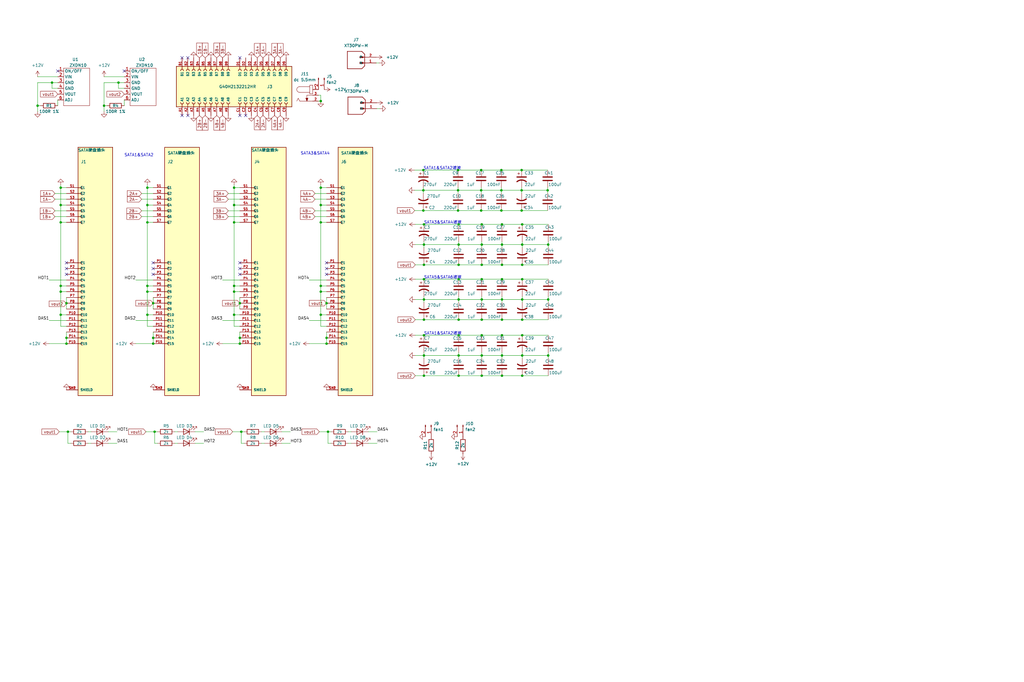
<source format=kicad_sch>
(kicad_sch (version 20230121) (generator eeschema)
  (paper "User" 450.012 299.999)
  (title_block (title "2.5寸6盘位NAS背板") (date "2023-11-04") (rev "V0.4") (company "misaka-10039"))
  (junction (at 102.87 138.43))
  (junction (at 144.145 189.865))
  (junction (at 26.67 90.17))
  (junction (at 67.31 151.13))
  (junction (at 229.489 107.569))
  (junction (at 240.665 83.693))
  (junction (at 220.345 92.583))
  (junction (at 29.21 133.35))
  (junction (at 102.87 125.73))
  (junction (at 201.295 83.693))
  (junction (at 105.41 133.35))
  (junction (at 201.295 92.583))
  (junction (at 220.599 156.337))
  (junction (at 186.055 83.693))
  (junction (at 67.945 189.865))
  (junction (at 201.549 140.589))
  (junction (at 186.309 122.809))
  (junction (at 229.489 122.809))
  (junction (at 186.309 156.337))
  (junction (at 211.709 165.227))
  (junction (at 201.549 156.337))
  (junction (at 220.599 122.809))
  (junction (at 229.489 131.699))
  (junction (at 102.87 82.55))
  (junction (at 201.549 131.699))
  (junction (at 140.97 138.43))
  (junction (at 140.97 82.55))
  (junction (at 102.87 128.27))
  (junction (at 64.77 90.17))
  (junction (at 201.549 122.809))
  (junction (at 26.67 125.73))
  (junction (at 220.599 131.699))
  (junction (at 229.235 92.583))
  (junction (at 220.599 147.447))
  (junction (at 201.549 98.679))
  (junction (at 186.309 98.679))
  (junction (at 140.97 90.17))
  (junction (at 140.97 125.73))
  (junction (at 211.709 131.699))
  (junction (at 229.489 116.459))
  (junction (at 211.709 107.569))
  (junction (at 220.345 83.693))
  (junction (at 240.919 131.699))
  (junction (at 52.07 36.322))
  (junction (at 229.235 74.803))
  (junction (at 64.77 97.79))
  (junction (at 220.599 140.589))
  (junction (at 64.77 82.55))
  (junction (at 211.709 156.337))
  (junction (at 211.709 116.459))
  (junction (at 26.67 138.43))
  (junction (at 211.709 140.589))
  (junction (at 186.055 74.803))
  (junction (at 45.72 46.482))
  (junction (at 29.21 151.13))
  (junction (at 186.055 92.583))
  (junction (at 186.309 147.447))
  (junction (at 229.489 140.589))
  (junction (at 67.31 148.59))
  (junction (at 16.51 46.482))
  (junction (at 143.51 151.13))
  (junction (at 201.295 74.803))
  (junction (at 211.709 122.809))
  (junction (at 26.67 128.27))
  (junction (at 211.455 74.803))
  (junction (at 201.549 147.447))
  (junction (at 211.709 98.679))
  (junction (at 140.97 44.45))
  (junction (at 201.549 107.569))
  (junction (at 186.309 107.569))
  (junction (at 102.87 97.79))
  (junction (at 105.41 148.59))
  (junction (at 229.489 165.227))
  (junction (at 229.489 98.679))
  (junction (at 220.599 116.459))
  (junction (at 240.919 156.337))
  (junction (at 143.51 133.35))
  (junction (at 240.919 107.569))
  (junction (at 26.67 97.79))
  (junction (at 220.345 74.803))
  (junction (at 140.97 97.79))
  (junction (at 64.77 138.43))
  (junction (at 229.489 156.337))
  (junction (at 105.41 151.13))
  (junction (at 186.309 165.227))
  (junction (at 220.599 107.569))
  (junction (at 229.235 83.693))
  (junction (at 64.77 125.73))
  (junction (at 229.489 147.447))
  (junction (at 201.549 165.227))
  (junction (at 186.309 116.459))
  (junction (at 106.045 189.865))
  (junction (at 64.77 128.27))
  (junction (at 186.309 140.589))
  (junction (at 102.87 90.17))
  (junction (at 211.709 147.447))
  (junction (at 140.97 128.27))
  (junction (at 220.599 165.227))
  (junction (at 201.549 116.459))
  (junction (at 22.86 36.322))
  (junction (at 211.455 92.583))
  (junction (at 220.599 98.679))
  (junction (at 143.51 148.59))
  (junction (at 29.21 148.59))
  (junction (at 29.845 189.865))
  (junction (at 211.455 83.693))
  (junction (at 186.309 131.699))
  (junction (at 67.31 133.35))
  (junction (at 26.67 82.55))
  (no_connect (at 105.41 25.4))
  (no_connect (at 67.31 115.57))
  (no_connect (at 105.41 115.57))
  (no_connect (at 29.21 120.65))
  (no_connect (at 105.41 120.65))
  (no_connect (at 67.31 120.65))
  (no_connect (at 29.21 118.11))
  (no_connect (at 80.01 50.8))
  (no_connect (at 107.95 50.8))
  (no_connect (at 82.55 25.4))
  (no_connect (at 105.41 118.11))
  (no_connect (at 54.61 31.242))
  (no_connect (at 29.21 115.57))
  (no_connect (at 67.31 118.11))
  (no_connect (at 143.51 115.57))
  (no_connect (at 105.41 50.8))
  (no_connect (at 82.55 50.8))
  (no_connect (at 25.4 31.242))
  (no_connect (at 143.51 120.65))
  (no_connect (at 143.51 118.11))
  (no_connect (at 80.01 25.4))
  (wire (pts (xy 67.31 148.59) (xy 67.31 151.13)))
  (wire (pts (xy 102.235 189.865) (xy 106.045 189.865)))
  (wire (pts (xy 186.309 107.569) (xy 201.549 107.569)))
  (wire (pts (xy 102.87 125.73) (xy 105.41 125.73)))
  (wire (pts (xy 67.945 194.945) (xy 69.215 194.945)))
  (wire (pts (xy 140.97 82.55) (xy 143.51 82.55)))
  (wire (pts (xy 165.354 27.686) (xy 166.624 27.686)))
  (wire (pts (xy 220.345 84.963) (xy 220.345 83.693)))
  (wire (pts (xy 105.41 151.13) (xy 97.79 151.13)))
  (wire (pts (xy 182.499 156.337) (xy 186.309 156.337)))
  (wire (pts (xy 211.709 107.569) (xy 220.599 107.569)))
  (wire (pts (xy 186.309 147.447) (xy 201.549 147.447)))
  (wire (pts (xy 211.455 84.963) (xy 211.455 83.693)))
  (wire (pts (xy 143.51 143.51) (xy 140.97 143.51)))
  (wire (pts (xy 182.499 107.569) (xy 186.309 107.569)))
  (wire (pts (xy 105.41 97.79) (xy 102.87 97.79)))
  (wire (pts (xy 67.31 146.05) (xy 67.31 148.59)))
  (wire (pts (xy 97.79 123.19) (xy 105.41 123.19)))
  (wire (pts (xy 229.489 116.459) (xy 240.919 116.459)))
  (wire (pts (xy 102.87 97.79) (xy 102.87 125.73)))
  (wire (pts (xy 143.51 146.05) (xy 143.51 148.59)))
  (wire (pts (xy 182.499 116.459) (xy 186.309 116.459)))
  (wire (pts (xy 201.549 157.607) (xy 201.549 156.337)))
  (wire (pts (xy 220.599 132.969) (xy 220.599 131.699)))
  (wire (pts (xy 16.51 33.782) (xy 25.4 33.782)))
  (wire (pts (xy 240.665 82.423) (xy 240.665 83.693)))
  (wire (pts (xy 67.31 143.51) (xy 64.77 143.51)))
  (wire (pts (xy 67.31 135.89) (xy 67.31 133.35)))
  (wire (pts (xy 186.309 131.699) (xy 201.549 131.699)))
  (wire (pts (xy 182.245 74.803) (xy 186.055 74.803)))
  (wire (pts (xy 201.549 132.969) (xy 201.549 131.699)))
  (wire (pts (xy 211.709 140.589) (xy 220.599 140.589)))
  (wire (pts (xy 29.21 151.13) (xy 29.21 148.59)))
  (wire (pts (xy 220.599 107.569) (xy 229.489 107.569)))
  (wire (pts (xy 229.489 122.809) (xy 240.919 122.809)))
  (wire (pts (xy 186.309 98.679) (xy 201.549 98.679)))
  (wire (pts (xy 29.21 90.17) (xy 26.67 90.17)))
  (wire (pts (xy 182.499 131.699) (xy 186.309 131.699)))
  (wire (pts (xy 211.709 132.969) (xy 211.709 131.699)))
  (wire (pts (xy 102.87 128.27) (xy 105.41 128.27)))
  (wire (pts (xy 201.549 98.679) (xy 211.709 98.679)))
  (wire (pts (xy 186.055 82.423) (xy 186.055 83.693)))
  (wire (pts (xy 220.599 107.569) (xy 220.599 106.299)))
  (wire (pts (xy 229.489 131.699) (xy 229.489 130.429)))
  (wire (pts (xy 186.309 156.337) (xy 186.309 157.607)))
  (wire (pts (xy 102.87 125.73) (xy 102.87 128.27)))
  (wire (pts (xy 135.89 123.19) (xy 143.51 123.19)))
  (wire (pts (xy 100.33 95.25) (xy 105.41 95.25)))
  (wire (pts (xy 182.499 98.679) (xy 186.309 98.679)))
  (wire (pts (xy 40.005 189.865) (xy 38.735 189.865)))
  (wire (pts (xy 16.51 36.322) (xy 16.51 46.482)))
  (wire (pts (xy 64.77 138.43) (xy 64.77 143.51)))
  (wire (pts (xy 211.709 108.839) (xy 211.709 107.569)))
  (wire (pts (xy 186.309 155.067) (xy 186.309 156.337)))
  (wire (pts (xy 144.145 189.865) (xy 144.145 194.945)))
  (wire (pts (xy 220.599 116.459) (xy 229.489 116.459)))
  (wire (pts (xy 240.919 130.429) (xy 240.919 131.699)))
  (wire (pts (xy 143.51 90.17) (xy 140.97 90.17)))
  (wire (pts (xy 154.305 194.945) (xy 153.035 194.945)))
  (wire (pts (xy 229.489 156.337) (xy 240.919 156.337)))
  (wire (pts (xy 29.21 146.05) (xy 29.21 148.59)))
  (wire (pts (xy 186.309 130.429) (xy 186.309 131.699)))
  (wire (pts (xy 143.51 148.59) (xy 143.51 151.13)))
  (wire (pts (xy 26.67 138.43) (xy 26.67 143.51)))
  (wire (pts (xy 106.045 189.865) (xy 106.045 194.945)))
  (wire (pts (xy 182.245 92.583) (xy 186.055 92.583)))
  (wire (pts (xy 26.67 90.17) (xy 26.67 97.79)))
  (wire (pts (xy 127.635 189.865) (xy 123.825 189.865)))
  (wire (pts (xy 140.97 128.27) (xy 143.51 128.27)))
  (wire (pts (xy 229.489 107.569) (xy 229.489 106.299)))
  (wire (pts (xy 220.345 74.803) (xy 229.235 74.803)))
  (wire (pts (xy 154.305 189.865) (xy 153.035 189.865)))
  (wire (pts (xy 26.67 125.73) (xy 29.21 125.73)))
  (wire (pts (xy 62.23 85.09) (xy 67.31 85.09)))
  (wire (pts (xy 105.41 146.05) (xy 105.41 148.59)))
  (wire (pts (xy 211.709 156.337) (xy 220.599 156.337)))
  (wire (pts (xy 140.97 81.28) (xy 140.97 82.55)))
  (wire (pts (xy 102.87 128.27) (xy 102.87 138.43)))
  (wire (pts (xy 140.97 138.43) (xy 143.51 138.43)))
  (wire (pts (xy 211.455 83.693) (xy 220.345 83.693)))
  (wire (pts (xy 45.72 33.782) (xy 54.61 33.782)))
  (wire (pts (xy 211.455 74.803) (xy 220.345 74.803)))
  (wire (pts (xy 220.599 157.607) (xy 220.599 156.337)))
  (wire (pts (xy 229.235 83.693) (xy 240.665 83.693)))
  (wire (pts (xy 186.309 106.299) (xy 186.309 107.569)))
  (wire (pts (xy 240.665 83.693) (xy 240.665 84.963)))
  (wire (pts (xy 220.345 83.693) (xy 229.235 83.693)))
  (wire (pts (xy 186.055 83.693) (xy 186.055 84.963)))
  (wire (pts (xy 186.309 156.337) (xy 201.549 156.337)))
  (wire (pts (xy 26.67 82.55) (xy 26.67 90.17)))
  (wire (pts (xy 186.309 131.699) (xy 186.309 132.969)))
  (wire (pts (xy 105.41 143.51) (xy 102.87 143.51)))
  (wire (pts (xy 140.97 90.17) (xy 140.97 97.79)))
  (wire (pts (xy 220.599 98.679) (xy 229.489 98.679)))
  (wire (pts (xy 186.309 140.589) (xy 201.549 140.589)))
  (wire (pts (xy 29.21 135.89) (xy 29.21 133.35)))
  (wire (pts (xy 201.295 92.583) (xy 211.455 92.583)))
  (wire (pts (xy 144.145 194.945) (xy 145.415 194.945)))
  (wire (pts (xy 140.97 125.73) (xy 143.51 125.73)))
  (wire (pts (xy 201.549 131.699) (xy 211.709 131.699)))
  (wire (pts (xy 140.97 138.43) (xy 140.97 143.51)))
  (wire (pts (xy 229.489 107.569) (xy 229.489 108.839)))
  (wire (pts (xy 220.599 140.589) (xy 229.489 140.589)))
  (wire (pts (xy 229.235 83.693) (xy 229.235 84.963)))
  (wire (pts (xy 52.07 38.862) (xy 54.61 38.862)))
  (wire (pts (xy 201.549 140.589) (xy 211.709 140.589)))
  (wire (pts (xy 135.89 140.97) (xy 143.51 140.97)))
  (wire (pts (xy 51.435 194.945) (xy 47.625 194.945)))
  (wire (pts (xy 201.549 165.227) (xy 211.709 165.227)))
  (wire (pts (xy 229.489 131.699) (xy 229.489 132.969)))
  (wire (pts (xy 29.845 189.865) (xy 29.845 194.945)))
  (wire (pts (xy 26.035 189.865) (xy 29.845 189.865)))
  (wire (pts (xy 24.13 95.25) (xy 29.21 95.25)))
  (wire (pts (xy 127.635 194.945) (xy 123.825 194.945)))
  (wire (pts (xy 186.055 92.583) (xy 201.295 92.583)))
  (wire (pts (xy 64.77 82.55) (xy 64.77 90.17)))
  (wire (pts (xy 229.489 107.569) (xy 240.919 107.569)))
  (wire (pts (xy 229.489 156.337) (xy 229.489 155.067)))
  (wire (pts (xy 29.21 97.79) (xy 26.67 97.79)))
  (wire (pts (xy 211.709 122.809) (xy 220.599 122.809)))
  (wire (pts (xy 69.215 189.865) (xy 67.945 189.865)))
  (wire (pts (xy 64.77 81.28) (xy 64.77 82.55)))
  (wire (pts (xy 107.315 189.865) (xy 106.045 189.865)))
  (wire (pts (xy 106.045 194.945) (xy 107.315 194.945)))
  (wire (pts (xy 140.97 97.79) (xy 140.97 125.73)))
  (wire (pts (xy 229.489 147.447) (xy 240.919 147.447)))
  (wire (pts (xy 26.67 82.55) (xy 29.21 82.55)))
  (wire (pts (xy 29.845 194.945) (xy 31.115 194.945)))
  (wire (pts (xy 220.345 92.583) (xy 229.235 92.583)))
  (wire (pts (xy 229.489 140.589) (xy 240.919 140.589)))
  (wire (pts (xy 229.489 98.679) (xy 240.919 98.679)))
  (wire (pts (xy 105.41 90.17) (xy 102.87 90.17)))
  (wire (pts (xy 24.13 85.09) (xy 29.21 85.09)))
  (wire (pts (xy 140.97 44.45) (xy 139.954 44.45)))
  (wire (pts (xy 201.549 107.569) (xy 201.549 106.299)))
  (wire (pts (xy 140.335 189.865) (xy 144.145 189.865)))
  (wire (pts (xy 140.97 125.73) (xy 140.97 128.27)))
  (wire (pts (xy 240.919 156.337) (xy 240.919 157.607)))
  (wire (pts (xy 186.055 74.803) (xy 201.295 74.803)))
  (wire (pts (xy 229.489 156.337) (xy 229.489 157.607)))
  (wire (pts (xy 220.599 147.447) (xy 229.489 147.447)))
  (wire (pts (xy 143.51 97.79) (xy 140.97 97.79)))
  (wire (pts (xy 220.599 108.839) (xy 220.599 107.569)))
  (wire (pts (xy 52.07 36.322) (xy 52.07 38.862)))
  (wire (pts (xy 165.735 194.945) (xy 161.925 194.945)))
  (wire (pts (xy 186.309 116.459) (xy 201.549 116.459)))
  (wire (pts (xy 182.499 140.589) (xy 186.309 140.589)))
  (wire (pts (xy 67.31 97.79) (xy 64.77 97.79)))
  (wire (pts (xy 211.709 131.699) (xy 211.709 130.429)))
  (wire (pts (xy 138.43 87.63) (xy 143.51 87.63)))
  (wire (pts (xy 211.455 83.693) (xy 211.455 82.423)))
  (wire (pts (xy 89.535 194.945) (xy 85.725 194.945)))
  (wire (pts (xy 29.21 143.51) (xy 26.67 143.51)))
  (wire (pts (xy 240.919 107.569) (xy 240.919 108.839)))
  (wire (pts (xy 26.67 125.73) (xy 26.67 128.27)))
  (wire (pts (xy 201.295 84.963) (xy 201.295 83.693)))
  (wire (pts (xy 59.69 140.97) (xy 67.31 140.97)))
  (wire (pts (xy 67.945 189.865) (xy 67.945 194.945)))
  (wire (pts (xy 138.43 85.09) (xy 143.51 85.09)))
  (wire (pts (xy 211.709 116.459) (xy 220.599 116.459)))
  (wire (pts (xy 220.345 83.693) (xy 220.345 82.423)))
  (wire (pts (xy 229.235 83.693) (xy 229.235 82.423)))
  (wire (pts (xy 100.33 92.71) (xy 105.41 92.71)))
  (wire (pts (xy 16.51 36.322) (xy 22.86 36.322)))
  (wire (pts (xy 186.309 122.809) (xy 201.549 122.809)))
  (wire (pts (xy 64.135 189.865) (xy 67.945 189.865)))
  (wire (pts (xy 240.919 131.699) (xy 240.919 132.969)))
  (wire (pts (xy 116.205 189.865) (xy 114.935 189.865)))
  (wire (pts (xy 201.549 147.447) (xy 211.709 147.447)))
  (wire (pts (xy 97.79 140.97) (xy 105.41 140.97)))
  (wire (pts (xy 201.549 131.699) (xy 201.549 130.429)))
  (wire (pts (xy 211.709 147.447) (xy 220.599 147.447)))
  (wire (pts (xy 182.245 83.693) (xy 186.055 83.693)))
  (wire (pts (xy 22.86 38.862) (xy 25.4 38.862)))
  (wire (pts (xy 21.59 140.97) (xy 29.21 140.97)))
  (wire (pts (xy 100.33 85.09) (xy 105.41 85.09)))
  (wire (pts (xy 64.77 138.43) (xy 67.31 138.43)))
  (wire (pts (xy 22.86 36.322) (xy 25.4 36.322)))
  (wire (pts (xy 62.23 87.63) (xy 67.31 87.63)))
  (wire (pts (xy 201.549 156.337) (xy 211.709 156.337)))
  (wire (pts (xy 140.97 82.55) (xy 140.97 90.17)))
  (wire (pts (xy 102.87 82.55) (xy 105.41 82.55)))
  (wire (pts (xy 211.709 131.699) (xy 220.599 131.699)))
  (wire (pts (xy 201.295 83.693) (xy 201.295 82.423)))
  (wire (pts (xy 201.549 107.569) (xy 211.709 107.569)))
  (wire (pts (xy 139.954 41.91) (xy 140.97 41.91)))
  (wire (pts (xy 182.499 147.447) (xy 186.309 147.447)))
  (wire (pts (xy 145.415 189.865) (xy 144.145 189.865)))
  (wire (pts (xy 201.295 83.693) (xy 211.455 83.693)))
  (wire (pts (xy 220.599 122.809) (xy 229.489 122.809)))
  (wire (pts (xy 211.709 165.227) (xy 220.599 165.227)))
  (wire (pts (xy 201.549 116.459) (xy 211.709 116.459)))
  (wire (pts (xy 78.105 194.945) (xy 76.835 194.945)))
  (wire (pts (xy 54.61 46.482) (xy 54.61 43.942)))
  (wire (pts (xy 45.72 49.022) (xy 45.72 46.482)))
  (wire (pts (xy 17.78 46.482) (xy 16.51 46.482)))
  (wire (pts (xy 102.87 82.55) (xy 102.87 90.17)))
  (wire (pts (xy 165.735 189.865) (xy 161.925 189.865)))
  (wire (pts (xy 220.599 165.227) (xy 229.489 165.227)))
  (wire (pts (xy 78.105 189.865) (xy 76.835 189.865)))
  (wire (pts (xy 24.13 92.71) (xy 29.21 92.71)))
  (wire (pts (xy 67.31 90.17) (xy 64.77 90.17)))
  (wire (pts (xy 240.919 106.299) (xy 240.919 107.569)))
  (wire (pts (xy 26.67 128.27) (xy 29.21 128.27)))
  (wire (pts (xy 26.67 97.79) (xy 26.67 125.73)))
  (wire (pts (xy 116.205 194.945) (xy 114.935 194.945)))
  (wire (pts (xy 186.309 165.227) (xy 201.549 165.227)))
  (wire (pts (xy 64.77 97.79) (xy 64.77 125.73)))
  (wire (pts (xy 62.23 95.25) (xy 67.31 95.25)))
  (wire (pts (xy 220.599 156.337) (xy 229.489 156.337)))
  (wire (pts (xy 211.709 156.337) (xy 211.709 155.067)))
  (wire (pts (xy 140.97 128.27) (xy 140.97 138.43)))
  (wire (pts (xy 51.435 189.865) (xy 47.625 189.865)))
  (wire (pts (xy 240.919 155.067) (xy 240.919 156.337)))
  (wire (pts (xy 165.608 47.752) (xy 166.878 47.752)))
  (wire (pts (xy 105.41 130.81) (xy 105.41 133.35)))
  (wire (pts (xy 62.23 92.71) (xy 67.31 92.71)))
  (wire (pts (xy 67.31 130.81) (xy 67.31 133.35)))
  (wire (pts (xy 64.77 128.27) (xy 64.77 138.43)))
  (wire (pts (xy 201.549 108.839) (xy 201.549 107.569)))
  (wire (pts (xy 138.43 92.71) (xy 143.51 92.71)))
  (wire (pts (xy 138.43 95.25) (xy 143.51 95.25)))
  (wire (pts (xy 64.77 128.27) (xy 67.31 128.27)))
  (wire (pts (xy 26.67 81.28) (xy 26.67 82.55)))
  (wire (pts (xy 211.709 98.679) (xy 220.599 98.679)))
  (wire (pts (xy 102.87 138.43) (xy 102.87 143.51)))
  (wire (pts (xy 105.41 135.89) (xy 105.41 133.35)))
  (wire (pts (xy 40.005 194.945) (xy 38.735 194.945)))
  (wire (pts (xy 31.115 189.865) (xy 29.845 189.865)))
  (wire (pts (xy 64.77 90.17) (xy 64.77 97.79)))
  (wire (pts (xy 64.77 82.55) (xy 67.31 82.55)))
  (wire (pts (xy 105.41 148.59) (xy 105.41 151.13)))
  (wire (pts (xy 211.709 157.607) (xy 211.709 156.337)))
  (wire (pts (xy 22.86 36.322) (xy 22.86 38.862)))
  (wire (pts (xy 67.31 151.13) (xy 59.69 151.13)))
  (wire (pts (xy 26.67 128.27) (xy 26.67 138.43)))
  (wire (pts (xy 220.599 156.337) (xy 220.599 155.067)))
  (wire (pts (xy 16.51 49.022) (xy 16.51 46.482)))
  (wire (pts (xy 201.549 156.337) (xy 201.549 155.067)))
  (wire (pts (xy 21.59 123.19) (xy 29.21 123.19)))
  (wire (pts (xy 64.77 125.73) (xy 64.77 128.27)))
  (wire (pts (xy 186.055 83.693) (xy 201.295 83.693)))
  (wire (pts (xy 140.97 41.91) (xy 140.97 44.45)))
  (wire (pts (xy 21.59 151.13) (xy 29.21 151.13)))
  (wire (pts (xy 46.99 46.482) (xy 45.72 46.482)))
  (wire (pts (xy 229.235 74.803) (xy 240.665 74.803)))
  (wire (pts (xy 229.489 165.227) (xy 240.919 165.227)))
  (wire (pts (xy 201.549 122.809) (xy 211.709 122.809)))
  (wire (pts (xy 45.72 36.322) (xy 52.07 36.322)))
  (wire (pts (xy 220.599 131.699) (xy 229.489 131.699)))
  (wire (pts (xy 211.709 107.569) (xy 211.709 106.299)))
  (wire (pts (xy 201.295 74.803) (xy 211.455 74.803)))
  (wire (pts (xy 59.69 123.19) (xy 67.31 123.19)))
  (wire (pts (xy 229.235 92.583) (xy 240.665 92.583)))
  (wire (pts (xy 186.309 107.569) (xy 186.309 108.839)))
  (wire (pts (xy 220.599 131.699) (xy 220.599 130.429)))
  (wire (pts (xy 102.87 81.28) (xy 102.87 82.55)))
  (wire (pts (xy 143.51 135.89) (xy 143.51 133.35)))
  (wire (pts (xy 143.51 130.81) (xy 143.51 133.35)))
  (wire (pts (xy 100.33 87.63) (xy 105.41 87.63)))
  (wire (pts (xy 211.455 92.583) (xy 220.345 92.583)))
  (wire (pts (xy 64.77 125.73) (xy 67.31 125.73)))
  (wire (pts (xy 52.07 36.322) (xy 54.61 36.322)))
  (wire (pts (xy 24.13 87.63) (xy 29.21 87.63)))
  (wire (pts (xy 182.499 165.227) (xy 186.309 165.227)))
  (wire (pts (xy 102.87 90.17) (xy 102.87 97.79)))
  (wire (pts (xy 182.499 122.809) (xy 186.309 122.809)))
  (wire (pts (xy 25.4 46.482) (xy 25.4 43.942)))
  (wire (pts (xy 89.535 189.865) (xy 85.725 189.865)))
  (wire (pts (xy 45.72 36.322) (xy 45.72 46.482)))
  (wire (pts (xy 29.21 130.81) (xy 29.21 133.35)))
  (wire (pts (xy 143.51 151.13) (xy 135.89 151.13)))
  (wire (pts (xy 229.489 131.699) (xy 240.919 131.699)))
  (wire (pts (xy 102.87 138.43) (xy 105.41 138.43)))
  (wire (pts (xy 26.67 138.43) (xy 29.21 138.43)))
  (text "SATA1&SATA2滤波\n" (at 186.309 147.447 0) (effects (font (size 1.27 1.27)) (justify left bottom)))
  (text "SATA3&SATA4滤波\n" (at 186.309 98.679 0) (effects (font (size 1.27 1.27)) (justify left bottom)))
  (text "SATA5&SATA6滤波\n" (at 186.309 122.809 0) (effects (font (size 1.27 1.27)) (justify left bottom)))
  (text "SATA3&SATA4\n\n\n" (at 132.08 72.39 0) (effects (font (size 1.27 1.27)) (justify left bottom)))
  (text "SATA1&SATA2\n\n" (at 54.61 71.12 0) (effects (font (size 1.27 1.27)) (justify left bottom)))
  (text "SATA1&SATA2滤波\n" (at 186.055 74.803 0) (effects (font (size 1.27 1.27)) (justify left bottom)))
  (label "DAS4" (at 165.735 189.865 0))
  (label "HOT1" (at 51.435 189.865 0))
  (label "DAS4" (at 135.89 140.97 180))
  (label "HOT3" (at 97.79 123.19 180))
  (label "HOT3" (at 127.635 194.945 0))
  (label "DAS1" (at 21.59 140.97 180))
  (label "HOT4" (at 165.735 194.945 0))
  (label "DAS2" (at 89.535 189.865 0))
  (label "HOT2" (at 89.535 194.945 0))
  (label "DAS2" (at 59.69 140.97 180))
  (label "DAS3" (at 97.79 140.97 180))
  (label "HOT4" (at 135.89 123.19 180))
  (label "DAS3" (at 127.635 189.865 0))
  (label "HOT2" (at 59.69 123.19 180))
  (label "DAS1" (at 51.435 194.945 0))
  (label "HOT1" (at 21.59 123.19 180))
  (global_label "vout2" (shape input) (at 67.31 133.35 180) (property "Intersheetrefs" "${INTERSHEET_REFS}" (effects hide)))
  (global_label "3A-" (shape input) (at 123.19 25.4 90) (property "Intersheetrefs" "${INTERSHEET_REFS}" (effects hide)))
  (global_label "1B+" (shape input) (at 87.63 25.4 90) (property "Intersheetrefs" "${INTERSHEET_REFS}" (effects hide)))
  (global_label "2B-" (shape input) (at 90.17 50.8 270) (property "Intersheetrefs" "${INTERSHEET_REFS}" (effects hide)))
  (global_label "1A+" (shape input) (at 113.03 25.4 90) (property "Intersheetrefs" "${INTERSHEET_REFS}" (effects hide)))
  (global_label "vout1" (shape input) (at 140.335 189.865 180) (property "Intersheetrefs" "${INTERSHEET_REFS}" (effects hide)))
  (global_label "1A-" (shape input) (at 115.57 25.4 90) (property "Intersheetrefs" "${INTERSHEET_REFS}" (effects hide)))
  (global_label "1A+" (shape input) (at 24.13 85.09 180) (property "Intersheetrefs" "${INTERSHEET_REFS}" (effects hide)))
  (global_label "1B+" (shape input) (at 24.13 95.25 180) (property "Intersheetrefs" "${INTERSHEET_REFS}" (effects hide)))
  (global_label "1B-" (shape input) (at 90.17 25.4 90) (property "Intersheetrefs" "${INTERSHEET_REFS}" (effects hide)))
  (global_label "3B+" (shape input) (at 95.25 25.4 90) (property "Intersheetrefs" "${INTERSHEET_REFS}" (effects hide)))
  (global_label "3B-" (shape input) (at 97.79 25.4 90) (property "Intersheetrefs" "${INTERSHEET_REFS}" (effects hide)))
  (global_label "vout2" (shape input) (at 54.61 41.402 180) (property "Intersheetrefs" "${INTERSHEET_REFS}" (effects hide)))
  (global_label "vout1" (shape input) (at 25.4 41.402 180) (property "Intersheetrefs" "${INTERSHEET_REFS}" (effects hide)))
  (global_label "vout2" (shape input) (at 182.499 140.589 180) (property "Intersheetrefs" "${INTERSHEET_REFS}" (effects hide)))
  (global_label "4B+" (shape input) (at 95.25 50.8 270) (property "Intersheetrefs" "${INTERSHEET_REFS}" (effects hide)))
  (global_label "vout1" (shape input) (at 26.035 189.865 180) (property "Intersheetrefs" "${INTERSHEET_REFS}" (effects hide)))
  (global_label "vout1" (shape input) (at 64.135 189.865 180) (property "Intersheetrefs" "${INTERSHEET_REFS}" (effects hide)))
  (global_label "2B+" (shape input) (at 87.63 50.8 270) (property "Intersheetrefs" "${INTERSHEET_REFS}" (effects hide)))
  (global_label "vout2" (shape input) (at 182.499 165.227 180) (property "Intersheetrefs" "${INTERSHEET_REFS}" (effects hide)))
  (global_label "1B-" (shape input) (at 24.13 92.71 180) (property "Intersheetrefs" "${INTERSHEET_REFS}" (effects hide)))
  (global_label "4B-" (shape input) (at 138.43 92.71 180) (property "Intersheetrefs" "${INTERSHEET_REFS}" (effects hide)))
  (global_label "2A+" (shape input) (at 62.23 85.09 180) (property "Intersheetrefs" "${INTERSHEET_REFS}" (effects hide)))
  (global_label "3A+" (shape input) (at 120.65 25.4 90) (property "Intersheetrefs" "${INTERSHEET_REFS}" (effects hide)))
  (global_label "4A+" (shape input) (at 138.43 85.09 180) (property "Intersheetrefs" "${INTERSHEET_REFS}" (effects hide)))
  (global_label "vout1" (shape input) (at 182.245 92.583 180) (property "Intersheetrefs" "${INTERSHEET_REFS}" (effects hide)))
  (global_label "3A+" (shape input) (at 100.33 85.09 180) (property "Intersheetrefs" "${INTERSHEET_REFS}" (effects hide)))
  (global_label "vout1" (shape input) (at 105.41 133.35 180) (property "Intersheetrefs" "${INTERSHEET_REFS}" (effects hide)))
  (global_label "1A-" (shape input) (at 24.13 87.63 180) (property "Intersheetrefs" "${INTERSHEET_REFS}" (effects hide)))
  (global_label "4A-" (shape input) (at 123.19 50.8 270) (property "Intersheetrefs" "${INTERSHEET_REFS}" (effects hide)))
  (global_label "3B-" (shape input) (at 100.33 92.71 180) (property "Intersheetrefs" "${INTERSHEET_REFS}" (effects hide)))
  (global_label "3B+" (shape input) (at 100.33 95.25 180) (property "Intersheetrefs" "${INTERSHEET_REFS}" (effects hide)))
  (global_label "2A-" (shape input) (at 115.57 50.8 270) (property "Intersheetrefs" "${INTERSHEET_REFS}" (effects hide)))
  (global_label "vout1" (shape input) (at 102.235 189.865 180) (property "Intersheetrefs" "${INTERSHEET_REFS}" (effects hide)))
  (global_label "vout1" (shape input) (at 143.51 133.35 180) (property "Intersheetrefs" "${INTERSHEET_REFS}" (effects hide)))
  (global_label "2B-" (shape input) (at 62.23 92.71 180) (property "Intersheetrefs" "${INTERSHEET_REFS}" (effects hide)))
  (global_label "3A-" (shape input) (at 100.33 87.63 180) (property "Intersheetrefs" "${INTERSHEET_REFS}" (effects hide)))
  (global_label "4A-" (shape input) (at 138.43 87.63 180) (property "Intersheetrefs" "${INTERSHEET_REFS}" (effects hide)))
  (global_label "vout2" (shape input) (at 29.21 133.604 180) (property "Intersheetrefs" "${INTERSHEET_REFS}" (effects hide)))
  (global_label "2B+" (shape input) (at 62.23 95.25 180) (property "Intersheetrefs" "${INTERSHEET_REFS}" (effects hide)))
  (global_label "4B-" (shape input) (at 97.79 50.8 270) (property "Intersheetrefs" "${INTERSHEET_REFS}" (effects hide)))
  (global_label "2A+" (shape input) (at 113.03 50.8 270) (property "Intersheetrefs" "${INTERSHEET_REFS}" (effects hide)))
  (global_label "4B+" (shape input) (at 138.43 95.25 180) (property "Intersheetrefs" "${INTERSHEET_REFS}" (effects hide)))
  (global_label "vout1" (shape input) (at 182.499 116.459 180) (property "Intersheetrefs" "${INTERSHEET_REFS}" (effects hide)))
  (global_label "2A-" (shape input) (at 62.23 87.63 180) (property "Intersheetrefs" "${INTERSHEET_REFS}" (effects hide)))
  (global_label "4A+" (shape input) (at 120.65 50.8 270) (property "Intersheetrefs" "${INTERSHEET_REFS}" (effects hide)))
  (symbol (lib_id "power:+12V") (at 165.354 25.146 270) (unit 1)
    (property "Reference" "#PWR035" (effects hide))
    (property "Value" "+12V" (at 169.672 25.146 90) (effects (justify left)))
  )
  (symbol (lib_id "power:GND") (at 100.33 25.4 180) (unit 1)
    (property "Reference" "#PWR018" (effects hide))
    (property "Value" "GND" (effects hide))
  )
  (symbol (lib_id "Device:C") (at 220.599 161.417 0) (unit 1)
    (property "Reference" "C32" (at 218.059 158.877 0) (effects (justify left)))
    (property "Value" "100nF" (at 214.249 163.957 0) (effects (justify left)))
    (property "Footprint" "Capacitor_SMD:C_0805_2012Metric_Pad1.18x1.45mm_HandSolder" (effects hide))
  )
  (symbol (lib_id "power:GND") (at 200.914 192.024 270) (unit 1)
    (property "Reference" "#PWR049" (effects hide))
    (property "Value" "GND" (effects hide))
  )
  (symbol (lib_id "power:GND") (at 143.51 171.45 180) (unit 1)
    (property "Reference" "#PWR034" (effects hide))
    (property "Value" "GND" (effects hide))
  )
  (symbol (lib_id "power:GND") (at 125.73 25.4 180) (unit 1)
    (property "Reference" "#PWR027" (effects hide))
    (property "Value" "GND" (effects hide))
  )
  (symbol (lib_id "Device:C_Polarized_US") (at 186.309 136.779 180) (unit 1)
    (property "Reference" "C6" (at 191.389 139.319 0) (effects (justify left)))
    (property "Value" "270uF" (at 193.929 134.239 0) (effects (justify left)))
    (property "Footprint" "PCM_Capacitor_SMD_AKL:CP_Elec_6.3x5.4" (effects hide))
  )
  (symbol (lib_id "power:GND") (at 16.51 49.022 0) (unit 1)
    (property "Reference" "#PWR02" (effects hide))
    (property "Value" "GND" (effects hide))
  )
  (symbol (lib_id "power:GND") (at 110.49 50.8 0) (unit 1)
    (property "Reference" "#PWR024" (effects hide))
    (property "Value" "GND" (effects hide))
  )
  (symbol (lib_id "My_Library:SATA硬盘插头") (at 80.01 118.11 0) (unit 1)
    (property "Reference" "J2" (at 73.66 71.12 0) (effects (justify left)))
    (property "Value" "SATA硬盘插头" (at 73.66 67.31 0) (effects (justify left)))
    (property "Footprint" "Connector_SATA_SAS:SATA 29pin smd" (effects hide))
    (property "MF" "AMPHENOL ICC / FCI" (effects hide))
    (property "MAXIMUM_PACKAGE_HEIGHT" "8.15 mm" (effects hide))
    (property "Package" "None" (effects hide))
    (property "Price" "None" (effects hide))
    (property "Check_prices" "https://www.snapeda.com/parts/PSAS5F3130021TR/Amphenol/view-part/?ref=eda" (effects hide))
    (property "STANDARD" "Manufacturer Recommendations" (effects hide))
    (property "PARTREV" "3" (effects hide))
    (property "SnapEDA_Link" "https://www.snapeda.com/parts/PSAS5F3130021TR/Amphenol/view-part/?ref=snap" (effects hide))
    (property "MP" "PSAS5F3130021TR" (effects hide))
    (property "Purchase-URL" "https://www.snapeda.com/api/url_track_click_mouser/?unipart_id=6339768&manufacturer=AMPHENOL ICC / FCI&part_name=PSAS5F3130021TR&search_term=sas storage" (effects hide))
    (property "Description" "\nSAS PCIe,Storage connectors, 5.0, 68pin, socket, vertical, Surface Mount\n" (effects hide))
    (property "Availability" "In Stock" (effects hide))
    (property "MANUFACTURER" "Amphenol" (effects hide))
  )
  (symbol (lib_id "Device:R") (at 189.484 195.834 180) (unit 1)
    (property "Reference" "R11" (at 186.944 195.834 90))
    (property "Value" "2k" (at 189.484 195.834 90))
    (property "Footprint" "PCM_4ms_Resistor:R_0402" (effects hide))
  )
  (symbol (lib_id "My_Library:SATA硬盘插头") (at 41.91 118.11 0) (unit 1)
    (property "Reference" "J1" (at 35.56 71.12 0) (effects (justify left)))
    (property "Value" "SATA硬盘插头" (at 34.29 66.04 0) (effects (justify left)))
    (property "Footprint" "Connector_SATA_SAS:SATA 29pin smd" (effects hide))
    (property "MF" "AMPHENOL ICC / FCI" (effects hide))
    (property "MAXIMUM_PACKAGE_HEIGHT" "8.15 mm" (effects hide))
    (property "Package" "None" (effects hide))
    (property "Price" "None" (effects hide))
    (property "Check_prices" "https://www.snapeda.com/parts/PSAS5F3130021TR/Amphenol/view-part/?ref=eda" (effects hide))
    (property "STANDARD" "Manufacturer Recommendations" (effects hide))
    (property "PARTREV" "3" (effects hide))
    (property "SnapEDA_Link" "https://www.snapeda.com/parts/PSAS5F3130021TR/Amphenol/view-part/?ref=snap" (effects hide))
    (property "MP" "PSAS5F3130021TR" (effects hide))
    (property "Purchase-URL" "https://www.snapeda.com/api/url_track_click_mouser/?unipart_id=6339768&manufacturer=AMPHENOL ICC / FCI&part_name=PSAS5F3130021TR&search_term=sas storage" (effects hide))
    (property "Description" "\nSAS PCIe,Storage connectors, 5.0, 68pin, socket, vertical, Surface Mount\n" (effects hide))
    (property "Availability" "In Stock" (effects hide))
    (property "MANUFACTURER" "Amphenol" (effects hide))
  )
  (symbol (lib_id "power:GND") (at 105.41 171.45 180) (unit 1)
    (property "Reference" "#PWR022" (effects hide))
    (property "Value" "GND" (effects hide))
  )
  (symbol (lib_id "Device:C") (at 211.455 88.773 0) (unit 1)
    (property "Reference" "C18" (at 208.915 86.233 0) (effects (justify left)))
    (property "Value" "1uF" (at 205.105 91.313 0) (effects (justify left)))
    (property "Footprint" "Capacitor_SMD:C_0805_2012Metric_Pad1.18x1.45mm_HandSolder" (effects hide))
  )
  (symbol (lib_id "Device:LED") (at 81.915 194.945 180) (unit 1)
    (property "Reference" "D4" (at 83.185 192.405 0))
    (property "Value" "LED" (at 79.375 192.405 0))
    (property "Footprint" "LED_SMD:LED_0805_2012Metric" (effects hide))
  )
  (symbol (lib_id "Device:C_Polarized_US") (at 186.309 126.619 0) (unit 1)
    (property "Reference" "C5" (at 186.309 124.079 0) (effects (justify left)))
    (property "Value" "270uF" (at 186.309 129.159 0) (effects (justify left)))
    (property "Footprint" "PCM_Capacitor_SMD_AKL:CP_Elec_6.3x5.4" (effects hide))
  )
  (symbol (lib_id "Device:C_Polarized_US") (at 186.055 78.613 0) (unit 1)
    (property "Reference" "C1" (at 186.055 76.073 0) (effects (justify left)))
    (property "Value" "270uF" (at 186.055 81.153 0) (effects (justify left)))
    (property "Footprint" "PCM_Capacitor_SMD_AKL:CP_Elec_6.3x5.4" (effects hide))
  )
  (symbol (lib_id "Device:C_Polarized_US") (at 186.309 151.257 0) (unit 1)
    (property "Reference" "C7" (at 186.309 148.717 0) (effects (justify left)))
    (property "Value" "270uF" (at 186.309 153.797 0) (effects (justify left)))
    (property "Footprint" "PCM_Capacitor_SMD_AKL:CP_Elec_6.3x5.4" (effects hide))
  )
  (symbol (lib_id "power:+12V") (at 182.499 147.447 90) (unit 1)
    (property "Reference" "#PWR043" (effects hide))
    (property "Value" "+12V" (at 178.689 147.447 90) (effects (justify left)))
  )
  (symbol (lib_id "power:GND") (at 29.21 171.45 180) (unit 1)
    (property "Reference" "#PWR06" (effects hide))
    (property "Value" "GND" (effects hide))
  )
  (symbol (lib_id "Device:C_Polarized_US") (at 229.489 161.417 180) (unit 1)
    (property "Reference" "C40" (at 234.569 163.957 0) (effects (justify left)))
    (property "Value" "22uF" (at 235.839 158.877 0) (effects (justify left)))
    (property "Footprint" "PCM_Capacitor_SMD_AKL:CP_Elec_6.3x5.3" (effects hide))
  )
  (symbol (lib_id "Device:C") (at 240.919 151.257 0) (mirror y) (unit 1)
    (property "Reference" "C47" (at 243.459 148.717 0) (effects (justify left)))
    (property "Value" "100uF" (at 247.269 153.797 0) (effects (justify left)))
    (property "Footprint" "Capacitor_SMD:C_0805_2012Metric_Pad1.18x1.45mm_HandSolder" (effects hide))
  )
  (symbol (lib_id "power:+12V") (at 21.59 151.13 90) (unit 1)
    (property "Reference" "#PWR03" (effects hide))
    (property "Value" "+12V" (at 17.78 151.13 90) (effects (justify left)))
  )
  (symbol (lib_id "Device:C_Polarized_US") (at 186.309 112.649 180) (unit 1)
    (property "Reference" "C4" (at 191.389 115.189 0) (effects (justify left)))
    (property "Value" "270uF" (at 193.929 110.109 0) (effects (justify left)))
    (property "Footprint" "PCM_Capacitor_SMD_AKL:CP_Elec_6.3x5.4" (effects hide))
  )
  (symbol (lib_id "Connector:Conn_01x02_Pin") (at 142.494 34.29 270) (unit 1)
    (property "Reference" "J5" (at 143.51 33.655 90) (effects (justify left)))
    (property "Value" "fan2" (at 143.51 36.195 90) (effects (justify left)))
    (property "Footprint" "Connector_PinHeader_2.54mm:PinHeader_1x02_P2.54mm_Horizontal" (effects hide))
  )
  (symbol (lib_id "Device:C") (at 201.549 112.649 0) (unit 1)
    (property "Reference" "C12" (at 199.009 110.109 0) (effects (justify left)))
    (property "Value" "220uF" (at 195.199 115.189 0) (effects (justify left)))
    (property "Footprint" "Capacitor_SMD:C_0805_2012Metric_Pad1.18x1.45mm_HandSolder" (effects hide))
  )
  (symbol (lib_id "power:GND") (at 182.245 83.693 270) (unit 1)
    (property "Reference" "#PWR038" (effects hide))
    (property "Value" "GND" (effects hide))
  )
  (symbol (lib_id "Device:C") (at 220.599 136.779 0) (unit 1)
    (property "Reference" "C30" (at 218.059 134.239 0) (effects (justify left)))
    (property "Value" "100nF" (at 214.249 139.319 0) (effects (justify left)))
    (property "Footprint" "Capacitor_SMD:C_0805_2012Metric_Pad1.18x1.45mm_HandSolder" (effects hide))
  )
  (symbol (lib_id "power:GND") (at 110.49 25.4 180) (unit 1)
    (property "Reference" "#PWR023" (effects hide))
    (property "Value" "GND" (effects hide))
  )
  (symbol (lib_id "Connector:Conn_01x02_Pin") (at 203.454 186.944 270) (unit 1)
    (property "Reference" "J10" (at 204.47 186.309 90) (effects (justify left)))
    (property "Value" "fan2" (at 204.47 188.849 90) (effects (justify left)))
    (property "Footprint" "Connector_PinHeader_2.54mm:PinHeader_1x02_P2.54mm_Horizontal" (effects hide))
  )
  (symbol (lib_id "power:GND") (at 166.878 47.752 90) (unit 1)
    (property "Reference" "#PWR048" (effects hide))
    (property "Value" "GND" (effects hide))
  )
  (symbol (lib_id "Device:C_Polarized_US") (at 229.235 78.613 0) (unit 1)
    (property "Reference" "C33" (at 230.505 76.073 0) (effects (justify left)))
    (property "Value" "22uF" (at 230.505 81.153 0) (effects (justify left)))
    (property "Footprint" "PCM_Capacitor_SMD_AKL:CP_Elec_6.3x5.3" (effects hide))
  )
  (symbol (lib_id "power:GND") (at 125.73 50.8 0) (unit 1)
    (property "Reference" "#PWR028" (effects hide))
    (property "Value" "GND" (effects hide))
  )
  (symbol (lib_id "Device:C") (at 211.709 126.619 0) (unit 1)
    (property "Reference" "C21" (at 209.169 124.079 0) (effects (justify left)))
    (property "Value" "1uF" (at 205.359 129.159 0) (effects (justify left)))
    (property "Footprint" "Capacitor_SMD:C_0805_2012Metric_Pad1.18x1.45mm_HandSolder" (effects hide))
  )
  (symbol (lib_id "power:GND") (at 182.499 131.699 270) (unit 1)
    (property "Reference" "#PWR042" (effects hide))
    (property "Value" "GND" (effects hide))
  )
  (symbol (lib_id "power:+12V") (at 165.608 45.212 270) (unit 1)
    (property "Reference" "#PWR046" (effects hide))
    (property "Value" "+12V" (at 169.926 45.212 90) (effects (justify left)))
  )
  (symbol (lib_id "Device:C") (at 220.599 151.257 0) (unit 1)
    (property "Reference" "C31" (at 218.059 148.717 0) (effects (justify left)))
    (property "Value" "100nF" (at 214.249 153.797 0) (effects (justify left)))
    (property "Footprint" "Capacitor_SMD:C_0805_2012Metric_Pad1.18x1.45mm_HandSolder" (effects hide))
  )
  (symbol (lib_id "G40H2132212HR:G40H2132212HR") (at 102.87 38.1 90) (unit 1)
    (property "Reference" "J3" (at 117.348 38.1 90) (effects (justify right)))
    (property "Value" "G40H2132212HR" (at 96.266 38.1 90) (effects (justify right)))
    (property "Footprint" "Connector_SATA_SAS:AMPHENOL_G40H2132212HR" (effects hide))
    (property "MF" "Amphenol ICC" (effects hide))
    (property "MAXIMUM_PACKAGE_HEIGHT" "12.41mm" (effects hide))
    (property "Package" "None" (effects hide))
    (property "Price" "None" (effects hide))
    (property "Check_prices" "https://www.snapeda.com/parts/G40H2132212HR/Amphenol+FCI/view-part/?ref=eda" (effects hide))
    (property "STANDARD" "Manufacturer Recommendations" (effects hide))
    (property "PARTREV" "E" (effects hide))
    (property "SnapEDA_Link" "https://www.snapeda.com/parts/G40H2132212HR/Amphenol+FCI/view-part/?ref=snap" (effects hide))
    (property "MP" "G40H2132212HR" (effects hide))
    (property "Purchase-URL" "https://www.snapeda.com/api/url_track_click_mouser/?unipart_id=1472797&manufacturer=Amphenol ICC&part_name=G40H2132212HR&search_term=minisas" (effects hide))
    (property "Description" "\nMini-SAS HD Internal Connectors, High Speed Input Output Connectors, Vertical SMT 1x1 with Cap, tail length 3.59mm Tape and reel package.\n" (effects hide))
    (property "Availability" "In Stock" (effects hide))
    (property "MANUFACTURER" "Amphenol" (effects hide))
  )
  (symbol (lib_id "power:GND") (at 118.11 50.8 0) (unit 1)
    (property "Reference" "#PWR026" (effects hide))
    (property "Value" "GND" (effects hide))
  )
  (symbol (lib_id "power:+12V") (at 182.499 122.809 90) (unit 1)
    (property "Reference" "#PWR041" (effects hide))
    (property "Value" "+12V" (at 178.689 122.809 90) (effects (justify left)))
  )
  (symbol (lib_id "Device:C") (at 240.919 112.649 0) (mirror y) (unit 1)
    (property "Reference" "C44" (at 243.459 110.109 0) (effects (justify left)))
    (property "Value" "100uF" (at 247.269 115.189 0) (effects (justify left)))
    (property "Footprint" "Capacitor_SMD:C_0805_2012Metric_Pad1.18x1.45mm_HandSolder" (effects hide))
  )
  (symbol (lib_id "My_Library:SATA硬盘插头") (at 118.11 118.11 0) (unit 1)
    (property "Reference" "J4" (at 111.76 71.12 0) (effects (justify left)))
    (property "Value" "SATA硬盘插头" (at 110.49 66.04 0) (effects (justify left)))
    (property "Footprint" "Connector_SATA_SAS:SATA 29pin smd" (effects hide))
    (property "MF" "AMPHENOL ICC / FCI" (effects hide))
    (property "MAXIMUM_PACKAGE_HEIGHT" "8.15 mm" (effects hide))
    (property "Package" "None" (effects hide))
    (property "Price" "None" (effects hide))
    (property "Check_prices" "https://www.snapeda.com/parts/PSAS5F3130021TR/Amphenol/view-part/?ref=eda" (effects hide))
    (property "STANDARD" "Manufacturer Recommendations" (effects hide))
    (property "PARTREV" "3" (effects hide))
    (property "SnapEDA_Link" "https://www.snapeda.com/parts/PSAS5F3130021TR/Amphenol/view-part/?ref=snap" (effects hide))
    (property "MP" "PSAS5F3130021TR" (effects hide))
    (property "Purchase-URL" "https://www.snapeda.com/api/url_track_click_mouser/?unipart_id=6339768&manufacturer=AMPHENOL ICC / FCI&part_name=PSAS5F3130021TR&search_term=sas storage" (effects hide))
    (property "Description" "\nSAS PCIe,Storage connectors, 5.0, 68pin, socket, vertical, Surface Mount\n" (effects hide))
    (property "Availability" "In Stock" (effects hide))
    (property "MANUFACTURER" "Amphenol" (effects hide))
  )
  (symbol (lib_id "Device:R") (at 73.025 189.865 90) (unit 1)
    (property "Reference" "R5" (at 73.025 187.325 90))
    (property "Value" "2k" (at 73.025 189.865 90))
    (property "Footprint" "PCM_4ms_Resistor:R_0402" (effects hide))
  )
  (symbol (lib_id "XT30PW-M:XT30PW-M") (at 160.528 45.212 0) (unit 1)
    (property "Reference" "J8" (at 156.718 37.592 0))
    (property "Value" "XT30PW-M" (at 156.718 40.132 0))
    (property "Footprint" "Connector_AMASS:AMASS_XT30PW-M_1x02_P2.50mm_Horizontal" (effects hide))
    (property "MF" "AMASS" (effects hide))
    (property "MAXIMUM_PACKAGE_HEIGHT" "5 mm" (effects hide))
    (property "Package" "None" (effects hide))
    (property "Price" "None" (effects hide))
    (property "Check_prices" "https://www.snapeda.com/parts/XT30PW-M/AMASS/view-part/?ref=eda" (effects hide))
    (property "STANDARD" "Manufacturer Recommendations" (effects hide))
    (property "PARTREV" "1.2" (effects hide))
    (property "SnapEDA_Link" "https://www.snapeda.com/parts/XT30PW-M/AMASS/view-part/?ref=snap" (effects hide))
    (property "MP" "XT30PW-M" (effects hide))
    (property "Description" "\nSocket; DC supply; XT30; male; PIN: 2; on PCBs; THT; Colour: yellow\n" (effects hide))
    (property "MANUFACTURER" "Amass" (effects hide))
    (property "Availability" "Not in stock" (effects hide))
    (property "SNAPEDA_PN" "XT30PW-M" (effects hide))
  )
  (symbol (lib_id "Device:LED") (at 158.115 194.945 180) (unit 1)
    (property "Reference" "D8" (at 159.385 192.405 0))
    (property "Value" "LED" (at 155.575 192.405 0))
    (property "Footprint" "LED_SMD:LED_0805_2012Metric" (effects hide))
  )
  (symbol (lib_id "power:GND") (at 186.944 192.024 270) (unit 1)
    (property "Reference" "#PWR045" (effects hide))
    (property "Value" "GND" (effects hide))
  )
  (symbol (lib_id "DC socket 5.5mm:dc 5.5mm") (at 134.874 39.37 0) (unit 1)
    (property "Reference" "J11" (at 133.9215 32.512 0))
    (property "Value" "dc 5.5mm" (at 133.9215 35.052 0))
    (property "Footprint" "Connector:DC socket 5.5mm" (effects hide))
    (property "MF" "Wurth Electronics" (effects hide))
    (property "Description" "\nWR-DC Series, 5.5mm Vertical Through Hole DC Power Socket 3A | Wurth Electronics 694108402002\n" (effects hide))
    (property "Package" "None" (effects hide))
    (property "MOUNT" "THT" (effects hide))
    (property "IR" "3A" (effects hide))
    (property "VALUE" "694108402002" (effects hide))
    (property "Availability" "In Stock" (effects hide))
    (property "SnapEDA_Link" "https://www.snapeda.com/parts/694108402002/Wurth+Electronics+Inc./view-part/?ref=snap" (effects hide))
    (property "DATASHEET-URL" "https://www.we-online.com/catalog/datasheet/694108402002.pdf" (effects hide))
    (property "MP" "694108402002" (effects hide))
    (property "WORKING-VOLTAGE" "20V(AC)" (effects hide))
    (property "PART-NUMBER" "694108402002" (effects hide))
    (property "TYPE" "Vertical" (effects hide))
    (property "Price" "None" (effects hide))
    (property "Check_prices" "https://www.snapeda.com/parts/694108402002/Wurth+Electronics+Inc./view-part/?ref=eda" (effects hide))
  )
  (symbol (lib_id "Device:C") (at 240.919 126.619 0) (mirror y) (unit 1)
    (property "Reference" "C45" (at 243.459 124.079 0) (effects (justify left)))
    (property "Value" "100uF" (at 247.269 129.159 0) (effects (justify left)))
    (property "Footprint" "Capacitor_SMD:C_0805_2012Metric_Pad1.18x1.45mm_HandSolder" (effects hide))
  )
  (symbol (lib_id "power:+12V") (at 189.484 199.644 180) (unit 1)
    (property "Reference" "#PWR047" (effects hide))
    (property "Value" "+12V" (at 189.484 204.216 0))
  )
  (symbol (lib_id "Device:C") (at 201.549 126.619 0) (unit 1)
    (property "Reference" "C13" (at 199.009 124.079 0) (effects (justify left)))
    (property "Value" "220uF" (at 195.199 129.159 0) (effects (justify left)))
    (property "Footprint" "Capacitor_SMD:C_0805_2012Metric_Pad1.18x1.45mm_HandSolder" (effects hide))
  )
  (symbol (lib_id "Device:C_Polarized_US") (at 186.055 88.773 180) (unit 1)
    (property "Reference" "C2" (at 191.135 91.313 0) (effects (justify left)))
    (property "Value" "270uF" (at 193.675 86.233 0) (effects (justify left)))
    (property "Footprint" "PCM_Capacitor_SMD_AKL:CP_Elec_6.3x5.4" (effects hide))
  )
  (symbol (lib_id "Device:R") (at 21.59 46.482 270) (unit 1)
    (property "Reference" "R1" (at 21.59 46.482 90))
    (property "Value" "100R 1%" (at 21.59 49.022 90))
    (property "Footprint" "PCM_4ms_Resistor:R_0402" (effects hide))
  )
  (symbol (lib_id "power:+12V") (at 45.72 33.782 0) (unit 1)
    (property "Reference" "#PWR07" (effects hide))
    (property "Value" "+12V" (at 45.72 28.702 0))
  )
  (symbol (lib_id "Device:C") (at 220.599 126.619 0) (unit 1)
    (property "Reference" "C29" (at 218.059 124.079 0) (effects (justify left)))
    (property "Value" "100nF" (at 214.249 129.159 0) (effects (justify left)))
    (property "Footprint" "Capacitor_SMD:C_0805_2012Metric_Pad1.18x1.45mm_HandSolder" (effects hide))
  )
  (symbol (lib_id "power:GND") (at 64.77 81.28 180) (unit 1)
    (property "Reference" "#PWR011" (effects hide))
    (property "Value" "GND" (effects hide))
  )
  (symbol (lib_id "Device:R") (at 203.454 195.834 180) (unit 1)
    (property "Reference" "R12" (at 200.914 195.834 90))
    (property "Value" "2k" (at 203.454 195.834 90))
    (property "Footprint" "PCM_4ms_Resistor:R_0402" (effects hide))
  )
  (symbol (lib_id "Device:C_Polarized_US") (at 229.489 151.257 0) (unit 1)
    (property "Reference" "C39" (at 230.759 148.717 0) (effects (justify left)))
    (property "Value" "22uF" (at 230.759 153.797 0) (effects (justify left)))
    (property "Footprint" "PCM_Capacitor_SMD_AKL:CP_Elec_6.3x5.3" (effects hide))
  )
  (symbol (lib_id "Device:C_Polarized_US") (at 229.489 112.649 180) (unit 1)
    (property "Reference" "C36" (at 234.569 115.189 0) (effects (justify left)))
    (property "Value" "22uF" (at 235.839 110.109 0) (effects (justify left)))
    (property "Footprint" "PCM_Capacitor_SMD_AKL:CP_Elec_6.3x5.3" (effects hide))
  )
  (symbol (lib_id "Device:R") (at 34.925 189.865 90) (unit 1)
    (property "Reference" "R2" (at 34.925 187.325 90))
    (property "Value" "2k" (at 34.925 189.865 90))
    (property "Footprint" "PCM_4ms_Resistor:R_0402" (effects hide))
  )
  (symbol (lib_id "Device:R") (at 149.225 194.945 90) (unit 1)
    (property "Reference" "R10" (at 149.225 192.405 90))
    (property "Value" "2k" (at 149.225 194.945 90))
    (property "Footprint" "PCM_4ms_Resistor:R_0402" (effects hide))
  )
  (symbol (lib_id "Device:C") (at 240.919 136.779 0) (mirror y) (unit 1)
    (property "Reference" "C46" (at 243.459 134.239 0) (effects (justify left)))
    (property "Value" "100uF" (at 247.269 139.319 0) (effects (justify left)))
    (property "Footprint" "Capacitor_SMD:C_0805_2012Metric_Pad1.18x1.45mm_HandSolder" (effects hide))
  )
  (symbol (lib_id "Device:C") (at 201.549 102.489 0) (unit 1)
    (property "Reference" "C11" (at 199.009 99.949 0) (effects (justify left)))
    (property "Value" "220uF" (at 195.199 105.029 0) (effects (justify left)))
    (property "Footprint" "Capacitor_SMD:C_0805_2012Metric_Pad1.18x1.45mm_HandSolder" (effects hide))
  )
  (symbol (lib_id "Device:LED") (at 43.815 189.865 180) (unit 1)
    (property "Reference" "D1" (at 45.085 187.325 0))
    (property "Value" "LED" (at 41.275 187.325 0))
    (property "Footprint" "LED_SMD:LED_0805_2012Metric" (effects hide))
  )
  (symbol (lib_id "XT30PW-M:XT30PW-M") (at 160.274 25.146 0) (unit 1)
    (property "Reference" "J7" (at 156.464 17.526 0))
    (property "Value" "XT30PW-M" (at 156.464 20.066 0))
    (property "Footprint" "Connector_AMASS:AMASS_XT30PW-F_1x02_P2.50mm_Horizontal" (effects hide))
    (property "MF" "AMASS" (effects hide))
    (property "MAXIMUM_PACKAGE_HEIGHT" "5 mm" (effects hide))
    (property "Package" "None" (effects hide))
    (property "Price" "None" (effects hide))
    (property "Check_prices" "https://www.snapeda.com/parts/XT30PW-M/AMASS/view-part/?ref=eda" (effects hide))
    (property "STANDARD" "Manufacturer Recommendations" (effects hide))
    (property "PARTREV" "1.2" (effects hide))
    (property "SnapEDA_Link" "https://www.snapeda.com/parts/XT30PW-M/AMASS/view-part/?ref=snap" (effects hide))
    (property "MP" "XT30PW-M" (effects hide))
    (property "Description" "\nSocket; DC supply; XT30; male; PIN: 2; on PCBs; THT; Colour: yellow\n" (effects hide))
    (property "MANUFACTURER" "Amass" (effects hide))
    (property "Availability" "Not in stock" (effects hide))
    (property "SNAPEDA_PN" "XT30PW-M" (effects hide))
  )
  (symbol (lib_id "power:GND") (at 92.71 25.4 180) (unit 1)
    (property "Reference" "#PWR015" (effects hide))
    (property "Value" "GND" (effects hide))
  )
  (symbol (lib_id "Device:C_Polarized_US") (at 229.489 102.489 0) (unit 1)
    (property "Reference" "C35" (at 230.759 99.949 0) (effects (justify left)))
    (property "Value" "22uF" (at 230.759 105.029 0) (effects (justify left)))
    (property "Footprint" "PCM_Capacitor_SMD_AKL:CP_Elec_6.3x5.3" (effects hide))
  )
  (symbol (lib_id "Device:R") (at 149.225 189.865 90) (unit 1)
    (property "Reference" "R9" (at 149.225 187.325 90))
    (property "Value" "2k" (at 149.225 189.865 90))
    (property "Footprint" "PCM_4ms_Resistor:R_0402" (effects hide))
  )
  (symbol (lib_id "Device:LED") (at 120.015 189.865 180) (unit 1)
    (property "Reference" "D5" (at 121.285 187.325 0))
    (property "Value" "LED" (at 117.475 187.325 0))
    (property "Footprint" "LED_SMD:LED_0805_2012Metric" (effects hide))
  )
  (symbol (lib_id "Device:C") (at 211.709 112.649 0) (unit 1)
    (property "Reference" "C20" (at 209.169 110.109 0) (effects (justify left)))
    (property "Value" "1uF" (at 205.359 115.189 0) (effects (justify left)))
    (property "Footprint" "Capacitor_SMD:C_0805_2012Metric_Pad1.18x1.45mm_HandSolder" (effects hide))
  )
  (symbol (lib_id "Device:R") (at 73.025 194.945 90) (unit 1)
    (property "Reference" "R6" (at 73.025 192.405 90))
    (property "Value" "2k" (at 73.025 194.945 90))
    (property "Footprint" "PCM_4ms_Resistor:R_0402" (effects hide))
  )
  (symbol (lib_id "Device:C") (at 220.599 102.489 0) (unit 1)
    (property "Reference" "C27" (at 218.059 99.949 0) (effects (justify left)))
    (property "Value" "100nF" (at 214.249 105.029 0) (effects (justify left)))
    (property "Footprint" "Capacitor_SMD:C_0805_2012Metric_Pad1.18x1.45mm_HandSolder" (effects hide))
  )
  (symbol (lib_id "power:+12V") (at 97.79 151.13 90) (unit 1)
    (property "Reference" "#PWR017" (effects hide))
    (property "Value" "+12V" (at 93.98 151.13 90) (effects (justify left)))
  )
  (symbol (lib_id "Device:LED") (at 158.115 189.865 180) (unit 1)
    (property "Reference" "D7" (at 159.385 187.325 0))
    (property "Value" "LED" (at 155.575 187.325 0))
    (property "Footprint" "LED_SMD:LED_0805_2012Metric" (effects hide))
  )
  (symbol (lib_id "power:GND") (at 140.97 44.45 0) (unit 1)
    (property "Reference" "#PWR029" (effects hide))
    (property "Value" "GND" (effects hide))
  )
  (symbol (lib_id "Device:C") (at 201.295 78.613 0) (unit 1)
    (property "Reference" "C9" (at 198.755 76.073 0) (effects (justify left)))
    (property "Value" "220uF" (at 194.945 81.153 0) (effects (justify left)))
    (property "Footprint" "Capacitor_SMD:C_0805_2012Metric_Pad1.18x1.45mm_HandSolder" (effects hide))
  )
  (symbol (lib_id "Device:R") (at 111.125 194.945 90) (unit 1)
    (property "Reference" "R8" (at 111.125 192.405 90))
    (property "Value" "2k" (at 111.125 194.945 90))
    (property "Footprint" "PCM_4ms_Resistor:R_0402" (effects hide))
  )
  (symbol (lib_id "Device:R") (at 111.125 189.865 90) (unit 1)
    (property "Reference" "R7" (at 111.125 187.325 90))
    (property "Value" "2k" (at 111.125 189.865 90))
    (property "Footprint" "PCM_4ms_Resistor:R_0402" (effects hide))
  )
  (symbol (lib_id "power:+12V") (at 59.69 151.13 90) (unit 1)
    (property "Reference" "#PWR09" (effects hide))
    (property "Value" "+12V" (at 55.88 151.13 90) (effects (justify left)))
  )
  (symbol (lib_id "power:GND") (at 100.33 50.8 0) (unit 1)
    (property "Reference" "#PWR019" (effects hide))
    (property "Value" "GND" (effects hide))
  )
  (symbol (lib_id "Device:R") (at 50.8 46.482 270) (unit 1)
    (property "Reference" "R4" (at 50.8 46.482 90))
    (property "Value" "100R 1%" (at 50.8 49.022 90))
    (property "Footprint" "PCM_4ms_Resistor:R_0402" (effects hide))
  )
  (symbol (lib_id "Device:R") (at 34.925 194.945 90) (unit 1)
    (property "Reference" "R3" (at 34.925 192.405 90))
    (property "Value" "2k" (at 34.925 194.945 90))
    (property "Footprint" "PCM_4ms_Resistor:R_0402" (effects hide))
  )
  (symbol (lib_id "power:GND") (at 182.499 156.337 270) (unit 1)
    (property "Reference" "#PWR044" (effects hide))
    (property "Value" "GND" (effects hide))
  )
  (symbol (lib_id "power:GND") (at 45.72 49.022 0) (unit 1)
    (property "Reference" "#PWR08" (effects hide))
    (property "Value" "GND" (effects hide))
  )
  (symbol (lib_id "power:GND") (at 67.31 171.45 180) (unit 1)
    (property "Reference" "#PWR012" (effects hide))
    (property "Value" "GND" (effects hide))
  )
  (symbol (lib_id "power:+12V") (at 16.51 33.782 0) (unit 1)
    (property "Reference" "#PWR01" (effects hide))
    (property "Value" "+12V" (at 16.51 28.702 0))
  )
  (symbol (lib_id "Connector:Conn_01x02_Pin") (at 189.484 186.944 270) (unit 1)
    (property "Reference" "J9" (at 190.5 186.309 90) (effects (justify left)))
    (property "Value" "fan1" (at 190.5 188.849 90) (effects (justify left)))
    (property "Footprint" "Connector_PinHeader_2.54mm:PinHeader_1x02_P2.54mm_Horizontal" (effects hide))
  )
  (symbol (lib_id "Device:C_Polarized_US") (at 186.309 102.489 0) (unit 1)
    (property "Reference" "C3" (at 186.309 99.949 0) (effects (justify left)))
    (property "Value" "270uF" (at 186.309 105.029 0) (effects (justify left)))
    (property "Footprint" "PCM_Capacitor_SMD_AKL:CP_Elec_6.3x5.4" (effects hide))
  )
  (symbol (lib_id "power:GND") (at 166.624 27.686 90) (unit 1)
    (property "Reference" "#PWR036" (effects hide))
    (property "Value" "GND" (effects hide))
  )
  (symbol (lib_id "Device:C") (at 240.919 161.417 0) (mirror y) (unit 1)
    (property "Reference" "C48" (at 243.459 158.877 0) (effects (justify left)))
    (property "Value" "100uF" (at 247.269 163.957 0) (effects (justify left)))
    (property "Footprint" "Capacitor_SMD:C_0805_2012Metric_Pad1.18x1.45mm_HandSolder" (effects hide))
  )
  (symbol (lib_id "Device:C") (at 201.295 88.773 0) (unit 1)
    (property "Reference" "C10" (at 198.755 86.233 0) (effects (justify left)))
    (property "Value" "220uF" (at 194.945 91.313 0) (effects (justify left)))
    (property "Footprint" "Capacitor_SMD:C_0805_2012Metric_Pad1.18x1.45mm_HandSolder" (effects hide))
  )
  (symbol (lib_id "Device:C_Polarized_US") (at 186.309 161.417 180) (unit 1)
    (property "Reference" "C8" (at 191.389 163.957 0) (effects (justify left)))
    (property "Value" "270uF" (at 193.929 158.877 0) (effects (justify left)))
    (property "Footprint" "PCM_Capacitor_SMD_AKL:CP_Elec_6.3x5.4" (effects hide))
  )
  (symbol (lib_id "power:GND") (at 85.09 50.8 0) (unit 1)
    (property "Reference" "#PWR014" (effects hide))
    (property "Value" "GND" (effects hide))
  )
  (symbol (lib_id "Device:C") (at 220.345 88.773 0) (unit 1)
    (property "Reference" "C26" (at 217.805 86.233 0) (effects (justify left)))
    (property "Value" "100nF" (at 213.995 91.313 0) (effects (justify left)))
    (property "Footprint" "Capacitor_SMD:C_0805_2012Metric_Pad1.18x1.45mm_HandSolder" (effects hide))
  )
  (symbol (lib_id "Device:C_Polarized_US") (at 229.235 88.773 180) (unit 1)
    (property "Reference" "C34" (at 234.315 91.313 0) (effects (justify left)))
    (property "Value" "22uF" (at 235.585 86.233 0) (effects (justify left)))
    (property "Footprint" "PCM_Capacitor_SMD_AKL:CP_Elec_6.3x5.3" (effects hide))
  )
  (symbol (lib_id "Device:LED") (at 81.915 189.865 180) (unit 1)
    (property "Reference" "D3" (at 83.185 187.325 0))
    (property "Value" "LED" (at 79.375 187.325 0))
    (property "Footprint" "LED_SMD:LED_0805_2012Metric" (effects hide))
  )
  (symbol (lib_id "Device:C") (at 211.709 161.417 0) (unit 1)
    (property "Reference" "C24" (at 209.169 158.877 0) (effects (justify left)))
    (property "Value" "1uF" (at 205.359 163.957 0) (effects (justify left)))
    (property "Footprint" "Capacitor_SMD:C_0805_2012Metric_Pad1.18x1.45mm_HandSolder" (effects hide))
  )
  (symbol (lib_id "power:+12V") (at 203.454 199.644 180) (unit 1)
    (property "Reference" "#PWR050" (effects hide))
    (property "Value" "+12V" (at 203.454 203.962 0))
  )
  (symbol (lib_id "Device:C") (at 211.709 151.257 0) (unit 1)
    (property "Reference" "C23" (at 209.169 148.717 0) (effects (justify left)))
    (property "Value" "1uF" (at 205.359 153.797 0) (effects (justify left)))
    (property "Footprint" "Capacitor_SMD:C_0805_2012Metric_Pad1.18x1.45mm_HandSolder" (effects hide))
  )
  (symbol (lib_id "Device:C") (at 211.709 102.489 0) (unit 1)
    (property "Reference" "C19" (at 209.169 99.949 0) (effects (justify left)))
    (property "Value" "1uF" (at 205.359 105.029 0) (effects (justify left)))
    (property "Footprint" "Capacitor_SMD:C_0805_2012Metric_Pad1.18x1.45mm_HandSolder" (effects hide))
  )
  (symbol (lib_id "Device:C") (at 240.665 78.613 0) (mirror y) (unit 1)
    (property "Reference" "C41" (at 243.205 76.073 0) (effects (justify left)))
    (property "Value" "100uF" (at 247.015 81.153 0) (effects (justify left)))
    (property "Footprint" "Capacitor_SMD:C_0805_2012Metric_Pad1.18x1.45mm_HandSolder" (effects hide))
  )
  (symbol (lib_id "power:GND") (at 26.67 81.28 180) (unit 1)
    (property "Reference" "#PWR05" (effects hide))
    (property "Value" "GND" (effects hide))
  )
  (symbol (lib_id "power:GND") (at 140.97 81.28 180) (unit 1)
    (property "Reference" "#PWR033" (effects hide))
    (property "Value" "GND" (effects hide))
  )
  (symbol (lib_id "power:GND") (at 182.499 107.569 270) (unit 1)
    (property "Reference" "#PWR040" (effects hide))
    (property "Value" "GND" (effects hide))
  )
  (symbol (lib_id "Device:C_Polarized_US") (at 229.489 126.619 0) (unit 1)
    (property "Reference" "C37" (at 230.759 124.079 0) (effects (justify left)))
    (property "Value" "22uF" (at 230.759 129.159 0) (effects (justify left)))
    (property "Footprint" "PCM_Capacitor_SMD_AKL:CP_Elec_6.3x5.3" (effects hide))
  )
  (symbol (lib_id "Device:C") (at 220.345 78.613 0) (unit 1)
    (property "Reference" "C25" (at 217.805 76.073 0) (effects (justify left)))
    (property "Value" "100nF" (at 213.995 81.153 0) (effects (justify left)))
    (property "Footprint" "Capacitor_SMD:C_0805_2012Metric_Pad1.18x1.45mm_HandSolder" (effects hide))
  )
  (symbol (lib_id "power:+12V") (at 182.499 98.679 90) (unit 1)
    (property "Reference" "#PWR039" (effects hide))
    (property "Value" "+12V" (at 178.689 98.679 90) (effects (justify left)))
  )
  (symbol (lib_id "Device:C") (at 240.665 88.773 0) (mirror y) (unit 1)
    (property "Reference" "C42" (at 243.205 86.233 0) (effects (justify left)))
    (property "Value" "100uF" (at 247.015 91.313 0) (effects (justify left)))
    (property "Footprint" "Capacitor_SMD:C_0805_2012Metric_Pad1.18x1.45mm_HandSolder" (effects hide))
  )
  (symbol (lib_id "Device:C") (at 220.599 112.649 0) (unit 1)
    (property "Reference" "C28" (at 218.059 110.109 0) (effects (justify left)))
    (property "Value" "100nF" (at 214.249 115.189 0) (effects (justify left)))
    (property "Footprint" "Capacitor_SMD:C_0805_2012Metric_Pad1.18x1.45mm_HandSolder" (effects hide))
  )
  (symbol (lib_id "电源模块:ZXND10") (at 57.15 28.702 0) (unit 1)
    (property "Reference" "U2" (at 60.96 26.162 0) (effects (justify left)))
    (property "Value" "ZXDN10" (at 59.69 28.702 0) (effects (justify left)))
    (property "Footprint" "Converter_DCDC:ZXDN10" (effects hide))
  )
  (symbol (lib_id "电源模块:ZXND10") (at 27.94 28.702 0) (unit 1)
    (property "Reference" "U1" (at 31.75 26.162 0) (effects (justify left)))
    (property "Value" "ZXDN10" (at 30.48 28.702 0) (effects (justify left)))
    (property "Footprint" "Converter_DCDC:ZXDN10" (effects hide))
  )
  (symbol (lib_id "Device:C") (at 211.709 136.779 0) (unit 1)
    (property "Reference" "C22" (at 209.169 134.239 0) (effects (justify left)))
    (property "Value" "1uF" (at 205.359 139.319 0) (effects (justify left)))
    (property "Footprint" "Capacitor_SMD:C_0805_2012Metric_Pad1.18x1.45mm_HandSolder" (effects hide))
  )
  (symbol (lib_id "Device:C") (at 211.455 78.613 0) (unit 1)
    (property "Reference" "C17" (at 208.915 76.073 0) (effects (justify left)))
    (property "Value" "1uF" (at 205.105 81.153 0) (effects (justify left)))
    (property "Footprint" "Capacitor_SMD:C_0805_2012Metric_Pad1.18x1.45mm_HandSolder" (effects hide))
  )
  (symbol (lib_id "Device:LED") (at 120.015 194.945 180) (unit 1)
    (property "Reference" "D6" (at 121.285 192.405 0))
    (property "Value" "LED" (at 117.475 192.405 0))
    (property "Footprint" "LED_SMD:LED_0805_2012Metric" (effects hide))
  )
  (symbol (lib_id "power:GND") (at 92.71 50.8 0) (unit 1)
    (property "Reference" "#PWR016" (effects hide))
    (property "Value" "GND" (effects hide))
  )
  (symbol (lib_id "power:GND") (at 102.87 81.28 180) (unit 1)
    (property "Reference" "#PWR021" (effects hide))
    (property "Value" "GND" (effects hide))
  )
  (symbol (lib_id "Device:C") (at 201.549 151.257 0) (unit 1)
    (property "Reference" "C15" (at 199.009 148.717 0) (effects (justify left)))
    (property "Value" "220uF" (at 195.199 153.797 0) (effects (justify left)))
    (property "Footprint" "Capacitor_SMD:C_0805_2012Metric_Pad1.18x1.45mm_HandSolder" (effects hide))
  )
  (symbol (lib_id "Device:C") (at 240.919 102.489 0) (mirror y) (unit 1)
    (property "Reference" "C43" (at 243.459 99.949 0) (effects (justify left)))
    (property "Value" "100uF" (at 247.269 105.029 0) (effects (justify left)))
    (property "Footprint" "Capacitor_SMD:C_0805_2012Metric_Pad1.18x1.45mm_HandSolder" (effects hide))
  )
  (symbol (lib_id "power:+12V") (at 135.89 151.13 90) (unit 1)
    (property "Reference" "#PWR030" (effects hide))
    (property "Value" "+12V" (at 132.08 151.13 90) (effects (justify left)))
  )
  (symbol (lib_id "power:+12V") (at 142.494 39.37 270) (unit 1)
    (property "Reference" "#PWR031" (effects hide))
    (property "Value" "+12V" (at 146.812 39.37 90) (effects (justify left)))
  )
  (symbol (lib_id "My_Library:SATA硬盘插头") (at 156.21 118.11 0) (unit 1)
    (property "Reference" "J6" (at 149.86 71.12 0) (effects (justify left)))
    (property "Value" "SATA硬盘插头" (at 149.86 67.31 0) (effects (justify left)))
    (property "Footprint" "Connector_SATA_SAS:SATA 29pin smd" (effects hide))
    (property "MF" "AMPHENOL ICC / FCI" (effects hide))
    (property "MAXIMUM_PACKAGE_HEIGHT" "8.15 mm" (effects hide))
    (property "Package" "None" (effects hide))
    (property "Price" "None" (effects hide))
    (property "Check_prices" "https://www.snapeda.com/parts/PSAS5F3130021TR/Amphenol/view-part/?ref=eda" (effects hide))
    (property "STANDARD" "Manufacturer Recommendations" (effects hide))
    (property "PARTREV" "3" (effects hide))
    (property "SnapEDA_Link" "https://www.snapeda.com/parts/PSAS5F3130021TR/Amphenol/view-part/?ref=snap" (effects hide))
    (property "MP" "PSAS5F3130021TR" (effects hide))
    (property "Purchase-URL" "https://www.snapeda.com/api/url_track_click_mouser/?unipart_id=6339768&manufacturer=AMPHENOL ICC / FCI&part_name=PSAS5F3130021TR&search_term=sas storage" (effects hide))
    (property "Description" "\nSAS PCIe,Storage connectors, 5.0, 68pin, socket, vertical, Surface Mount\n" (effects hide))
    (property "Availability" "In Stock" (effects hide))
    (property "MANUFACTURER" "Amphenol" (effects hide))
  )
  (symbol (lib_id "Device:LED") (at 43.815 194.945 180) (unit 1)
    (property "Reference" "D2" (at 45.085 192.405 0))
    (property "Value" "LED" (at 41.275 192.405 0))
    (property "Footprint" "LED_SMD:LED_0805_2012Metric" (effects hide))
  )
  (symbol (lib_id "power:+12V") (at 182.245 74.803 90) (unit 1)
    (property "Reference" "#PWR037" (effects hide))
    (property "Value" "+12V" (at 178.435 74.803 90) (effects (justify left)))
  )
  (symbol (lib_id "power:GND") (at 85.09 25.4 180) (unit 1)
    (property "Reference" "#PWR013" (effects hide))
    (property "Value" "GND" (effects hide))
  )
  (symbol (lib_id "Device:C_Polarized_US") (at 229.489 136.779 180) (unit 1)
    (property "Reference" "C38" (at 234.569 139.319 0) (effects (justify left)))
    (property "Value" "22uF" (at 235.839 134.239 0) (effects (justify left)))
    (property "Footprint" "PCM_Capacitor_SMD_AKL:CP_Elec_6.3x5.3" (effects hide))
  )
  (symbol (lib_id "Device:C") (at 201.549 136.779 0) (unit 1)
    (property "Reference" "C14" (at 199.009 134.239 0) (effects (justify left)))
    (property "Value" "220uF" (at 195.199 139.319 0) (effects (justify left)))
    (property "Footprint" "Capacitor_SMD:C_0805_2012Metric_Pad1.18x1.45mm_HandSolder" (effects hide))
  )
  (symbol (lib_id "Device:C") (at 201.549 161.417 0) (unit 1)
    (property "Reference" "C16" (at 199.009 158.877 0) (effects (justify left)))
    (property "Value" "220uF" (at 195.199 163.957 0) (effects (justify left)))
    (property "Footprint" "Capacitor_SMD:C_0805_2012Metric_Pad1.18x1.45mm_HandSolder" (effects hide))
  )
  (symbol (lib_id "power:GND") (at 118.11 25.4 180) (unit 1)
    (property "Reference" "#PWR025" (effects hide))
    (property "Value" "GND" (effects hide))
  )
)
</source>
